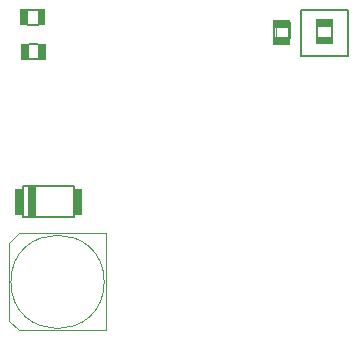
<source format=gbr>
G04 #@! TF.FileFunction,Drawing*
%FSLAX46Y46*%
G04 Gerber Fmt 4.6, Leading zero omitted, Abs format (unit mm)*
G04 Created by KiCad (PCBNEW 4.0.6) date 05/08/17 07:18:31*
%MOMM*%
%LPD*%
G01*
G04 APERTURE LIST*
%ADD10C,0.100000*%
%ADD11C,0.101600*%
%ADD12C,0.152400*%
%ADD13C,0.127000*%
%ADD14C,0.203200*%
G04 APERTURE END LIST*
D10*
D11*
X123729300Y-101230300D02*
G75*
G03X124429300Y-101230300I350000J0D01*
G01*
X123729300Y-103230300D02*
G75*
G02X124429300Y-103230300I350000J0D01*
G01*
X123504300Y-101705300D02*
X123504300Y-102755300D01*
X124654300Y-102730300D02*
X124654300Y-101305300D01*
X124632300Y-101380300D02*
G75*
G03X124632300Y-101380300I-103000J0D01*
G01*
D10*
G36*
X123779300Y-101730300D02*
X123454300Y-101730300D01*
X123454300Y-101230300D01*
X123779300Y-101230300D01*
X123779300Y-101730300D01*
G37*
G36*
X124404300Y-101730300D02*
X124254300Y-101730300D01*
X124254300Y-101480300D01*
X124404300Y-101480300D01*
X124404300Y-101730300D01*
G37*
G36*
X123904300Y-101730300D02*
X123754300Y-101730300D01*
X123754300Y-101480300D01*
X123904300Y-101480300D01*
X123904300Y-101730300D01*
G37*
G36*
X124279300Y-101730300D02*
X123879300Y-101730300D01*
X123879300Y-101555300D01*
X124279300Y-101555300D01*
X124279300Y-101730300D01*
G37*
G36*
X123779300Y-103230300D02*
X123454300Y-103230300D01*
X123454300Y-102730300D01*
X123779300Y-102730300D01*
X123779300Y-103230300D01*
G37*
G36*
X124704300Y-103230300D02*
X124379300Y-103230300D01*
X124379300Y-102730300D01*
X124704300Y-102730300D01*
X124704300Y-103230300D01*
G37*
G36*
X123904300Y-102980300D02*
X123754300Y-102980300D01*
X123754300Y-102730300D01*
X123904300Y-102730300D01*
X123904300Y-102980300D01*
G37*
G36*
X124404300Y-102980300D02*
X124254300Y-102980300D01*
X124254300Y-102730300D01*
X124404300Y-102730300D01*
X124404300Y-102980300D01*
G37*
G36*
X124279300Y-102905300D02*
X123879300Y-102905300D01*
X123879300Y-102730300D01*
X124279300Y-102730300D01*
X124279300Y-102905300D01*
G37*
G36*
X124679300Y-101730300D02*
X124379300Y-101730300D01*
X124379300Y-101430300D01*
X124679300Y-101430300D01*
X124679300Y-101730300D01*
G37*
G36*
X124704300Y-101305300D02*
X124479300Y-101305300D01*
X124479300Y-101230300D01*
X124704300Y-101230300D01*
X124704300Y-101305300D01*
G37*
D12*
X124587300Y-101820300D02*
X124587300Y-102640300D01*
X123317300Y-101820300D02*
X123317300Y-102640300D01*
D10*
G36*
X123253800Y-102636700D02*
X123253800Y-103286700D01*
X124653800Y-103286700D01*
X124653800Y-102636700D01*
X123253800Y-102636700D01*
G37*
G36*
X123253800Y-101163500D02*
X123253800Y-101813500D01*
X124653800Y-101813500D01*
X124653800Y-101163500D01*
X123253800Y-101163500D01*
G37*
D12*
X126949500Y-102564100D02*
X126949500Y-101744100D01*
X128219500Y-102564100D02*
X128219500Y-101744100D01*
D10*
G36*
X128283000Y-101747700D02*
X128283000Y-101097700D01*
X126883000Y-101097700D01*
X126883000Y-101747700D01*
X128283000Y-101747700D01*
G37*
G36*
X128283000Y-103220900D02*
X128283000Y-102570900D01*
X126883000Y-102570900D01*
X126883000Y-103220900D01*
X128283000Y-103220900D01*
G37*
D13*
X125634900Y-100280700D02*
X129584900Y-100280700D01*
X129584900Y-100280700D02*
X129584900Y-104230700D01*
X129584900Y-104230700D02*
X125634900Y-104230700D01*
X125634900Y-104230700D02*
X125634900Y-100280700D01*
D12*
X103365300Y-104494900D02*
X102545300Y-104494900D01*
X103365300Y-103224900D02*
X102545300Y-103224900D01*
D10*
G36*
X102548900Y-103161400D02*
X101898900Y-103161400D01*
X101898900Y-104561400D01*
X102548900Y-104561400D01*
X102548900Y-103161400D01*
G37*
G36*
X104022100Y-103161400D02*
X103372100Y-103161400D01*
X103372100Y-104561400D01*
X104022100Y-104561400D01*
X104022100Y-103161400D01*
G37*
D12*
X103307900Y-101567300D02*
X102487900Y-101567300D01*
X103307900Y-100297300D02*
X102487900Y-100297300D01*
D10*
G36*
X102491500Y-100233800D02*
X101841500Y-100233800D01*
X101841500Y-101633800D01*
X102491500Y-101633800D01*
X102491500Y-100233800D01*
G37*
G36*
X103964700Y-100233800D02*
X103314700Y-100233800D01*
X103314700Y-101633800D01*
X103964700Y-101633800D01*
X103964700Y-100233800D01*
G37*
D11*
X109088100Y-127442900D02*
X101688100Y-127442900D01*
X101688100Y-127442900D02*
X100888100Y-126642900D01*
X100888100Y-126642900D02*
X100888100Y-120042900D01*
X100888100Y-120042900D02*
X101688100Y-119242900D01*
X101688100Y-119242900D02*
X109088100Y-119242900D01*
X109088100Y-119242900D02*
X109088100Y-127442900D01*
X108938100Y-123342900D02*
G75*
G03X108938100Y-123342900I-3950000J0D01*
G01*
D10*
G36*
X108038100Y-125817900D02*
X108038100Y-120867900D01*
X108038100Y-125817900D01*
G37*
D14*
X102092100Y-115241900D02*
X106392100Y-115241900D01*
X106392100Y-115241900D02*
X106392100Y-117841900D01*
X106392100Y-117841900D02*
X102092100Y-117841900D01*
X102092100Y-117841900D02*
X102092100Y-115241900D01*
D10*
G36*
X101417100Y-117641900D02*
X102067100Y-117641900D01*
X102067100Y-115441900D01*
X101417100Y-115441900D01*
X101417100Y-117641900D01*
G37*
G36*
X106417100Y-117641900D02*
X107067100Y-117641900D01*
X107067100Y-115441900D01*
X106417100Y-115441900D01*
X106417100Y-117641900D01*
G37*
G36*
X102492100Y-117766900D02*
X103167100Y-117766900D01*
X103167100Y-115316900D01*
X102492100Y-115316900D01*
X102492100Y-117766900D01*
G37*
M02*

</source>
